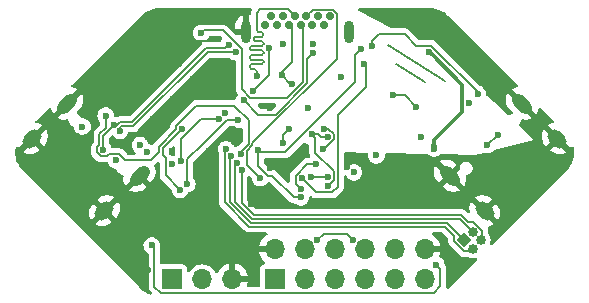
<source format=gbl>
G04 #@! TF.GenerationSoftware,KiCad,Pcbnew,8.0.4*
G04 #@! TF.CreationDate,2024-08-10T17:47:17+02:00*
G04 #@! TF.ProjectId,debubo,64656275-626f-42e6-9b69-6361645f7063,0*
G04 #@! TF.SameCoordinates,Original*
G04 #@! TF.FileFunction,Copper,L4,Bot*
G04 #@! TF.FilePolarity,Positive*
%FSLAX46Y46*%
G04 Gerber Fmt 4.6, Leading zero omitted, Abs format (unit mm)*
G04 Created by KiCad (PCBNEW 8.0.4) date 2024-08-10 17:47:17*
%MOMM*%
%LPD*%
G01*
G04 APERTURE LIST*
G04 Aperture macros list*
%AMHorizOval*
0 Thick line with rounded ends*
0 $1 width*
0 $2 $3 position (X,Y) of the first rounded end (center of the circle)*
0 $4 $5 position (X,Y) of the second rounded end (center of the circle)*
0 Add line between two ends*
20,1,$1,$2,$3,$4,$5,0*
0 Add two circle primitives to create the rounded ends*
1,1,$1,$2,$3*
1,1,$1,$4,$5*%
%AMRotRect*
0 Rectangle, with rotation*
0 The origin of the aperture is its center*
0 $1 length*
0 $2 width*
0 $3 Rotation angle, in degrees counterclockwise*
0 Add horizontal line*
21,1,$1,$2,0,0,$3*%
G04 Aperture macros list end*
G04 #@! TA.AperFunction,NonConductor*
%ADD10C,0.200000*%
G04 #@! TD*
G04 #@! TA.AperFunction,Conductor*
%ADD11C,0.200000*%
G04 #@! TD*
G04 #@! TA.AperFunction,ComponentPad*
%ADD12RotRect,0.850000X0.850000X45.000000*%
G04 #@! TD*
G04 #@! TA.AperFunction,ComponentPad*
%ADD13HorizOval,0.850000X0.000000X0.000000X0.000000X0.000000X0*%
G04 #@! TD*
G04 #@! TA.AperFunction,ComponentPad*
%ADD14O,1.700000X1.700000*%
G04 #@! TD*
G04 #@! TA.AperFunction,ComponentPad*
%ADD15R,1.700000X1.700000*%
G04 #@! TD*
G04 #@! TA.AperFunction,ComponentPad*
%ADD16O,0.850000X1.900000*%
G04 #@! TD*
G04 #@! TA.AperFunction,ComponentPad*
%ADD17C,0.700000*%
G04 #@! TD*
G04 #@! TA.AperFunction,ComponentPad*
%ADD18HorizOval,1.100000X-0.318198X0.318198X0.318198X-0.318198X0*%
G04 #@! TD*
G04 #@! TA.AperFunction,ComponentPad*
%ADD19HorizOval,1.200000X-0.212132X0.212132X0.212132X-0.212132X0*%
G04 #@! TD*
G04 #@! TA.AperFunction,ComponentPad*
%ADD20HorizOval,1.100000X-0.318198X-0.318198X0.318198X0.318198X0*%
G04 #@! TD*
G04 #@! TA.AperFunction,ComponentPad*
%ADD21HorizOval,1.200000X-0.212132X-0.212132X0.212132X0.212132X0*%
G04 #@! TD*
G04 #@! TA.AperFunction,ViaPad*
%ADD22C,0.600000*%
G04 #@! TD*
G04 #@! TA.AperFunction,Conductor*
%ADD23C,0.156000*%
G04 #@! TD*
G04 #@! TA.AperFunction,Conductor*
%ADD24C,0.330000*%
G04 #@! TD*
G04 APERTURE END LIST*
D10*
X152500000Y-90037500D02*
X150100000Y-88500000D01*
X154200000Y-90000000D02*
X149400000Y-86900000D01*
D11*
X133190000Y-86610000D02*
X135220000Y-86600000D01*
D12*
X155850000Y-103450000D03*
D13*
X156557107Y-102742893D03*
X156557107Y-104157107D03*
X157264214Y-103450000D03*
D14*
X136225000Y-106750000D03*
X133685000Y-106750000D03*
D15*
X131145000Y-106750000D03*
D16*
X146100000Y-85800001D03*
X137400000Y-85800001D03*
D17*
X144500000Y-84500000D03*
X144000000Y-85220000D03*
X143500000Y-84500000D03*
X143000000Y-85220000D03*
X142500000Y-84500000D03*
X142000000Y-85220000D03*
X141500000Y-84500000D03*
X141000000Y-85220000D03*
X140500000Y-84500000D03*
X140000000Y-85220000D03*
X139500000Y-84500000D03*
X139000000Y-85220000D03*
D18*
X154633816Y-98000290D03*
D19*
X157603665Y-100970138D03*
D18*
X160750290Y-91883816D03*
D19*
X163720138Y-94853665D03*
D20*
X122249710Y-91883816D03*
D21*
X119279862Y-94853665D03*
D20*
X128366184Y-98000290D03*
D21*
X125396335Y-100970138D03*
D14*
X152510000Y-104210000D03*
X152510000Y-106750000D03*
X149970000Y-104210000D03*
X149970000Y-106750000D03*
X147430000Y-104210000D03*
X147430000Y-106750000D03*
X144890000Y-104210000D03*
X144890000Y-106750000D03*
X142350000Y-104210000D03*
X142350000Y-106750000D03*
X139810000Y-104210000D03*
D15*
X139810000Y-106750000D03*
D22*
X154700000Y-100100000D03*
X143048064Y-86851937D03*
X135900000Y-86901284D03*
X125300000Y-95800000D03*
X126185931Y-93685931D03*
X136500000Y-87531058D03*
X126700000Y-94200000D03*
X126400000Y-96700000D03*
X123533301Y-93829465D03*
X140473000Y-86829285D03*
X125500000Y-92900000D03*
X141006529Y-94006529D03*
X136946000Y-96157934D03*
X140500000Y-95200000D03*
X153300000Y-95700000D03*
X152851001Y-87537608D03*
X158711274Y-94516449D03*
X157800000Y-95400000D03*
X144000000Y-94000000D03*
X143929243Y-95761706D03*
X148022646Y-87022646D03*
X157004902Y-91096732D03*
X131800000Y-99200000D03*
X132000000Y-94000000D03*
X138600000Y-98200000D03*
X139350002Y-87200000D03*
X143027000Y-87578634D03*
X142100000Y-98200000D03*
X137200000Y-91600000D03*
X147372652Y-88527348D03*
X137949865Y-90859283D03*
X141300000Y-90200000D03*
X132400000Y-98700000D03*
X136743471Y-93243471D03*
X140400000Y-89500000D03*
X135052761Y-93207428D03*
X129400000Y-103900000D03*
X153496891Y-105520000D03*
X131873000Y-96727816D03*
X142000000Y-99100000D03*
X143282730Y-96992146D03*
X146400000Y-103400000D03*
X142022771Y-99826646D03*
X143382992Y-103459225D03*
X138400000Y-95804381D03*
X147100000Y-87300000D03*
X146528870Y-97721130D03*
X129000000Y-96000000D03*
X131100000Y-97000000D03*
X148422273Y-96279058D03*
X128396788Y-95408941D03*
X144300000Y-94700000D03*
X144281000Y-98827003D03*
X142935837Y-94500000D03*
X144281000Y-98100000D03*
X142900000Y-98100000D03*
X136590953Y-96902246D03*
X137001519Y-97502220D03*
X135700000Y-95757173D03*
X136107757Y-96359058D03*
X149800000Y-91200000D03*
X157980000Y-89790000D03*
X131690000Y-88510000D03*
X132933977Y-89771899D03*
X160700000Y-98000000D03*
X128843655Y-89151656D03*
X145959223Y-97269428D03*
X152200000Y-94700000D03*
X151800000Y-92200000D03*
X131200000Y-91500000D03*
X131100000Y-95900000D03*
X129500000Y-93200000D03*
X128200000Y-91920000D03*
X139380877Y-97326169D03*
X130600000Y-87400000D03*
X142601216Y-92246506D03*
X129100000Y-106000000D03*
X135597085Y-92725511D03*
X129930000Y-90210000D03*
X145400000Y-89600000D03*
X139400000Y-92300000D03*
X122400000Y-97500000D03*
X127200000Y-90900000D03*
X156300000Y-91800000D03*
X132500000Y-84700000D03*
X151220000Y-100100000D03*
X137838962Y-100361036D03*
X154220000Y-85990000D03*
X125700000Y-89400000D03*
X128500000Y-85400000D03*
X133600000Y-85900000D03*
X138273569Y-89521341D03*
D11*
X126185931Y-93685931D02*
X126250292Y-93621570D01*
D23*
X126185931Y-93714069D02*
X125300000Y-94600000D01*
X135626227Y-87175057D02*
X135900000Y-86901284D01*
X126448269Y-93685931D02*
X126678227Y-93455973D01*
X126678227Y-93455973D02*
X127692295Y-93455973D01*
D11*
X126185931Y-93685931D02*
X126185931Y-93714069D01*
D23*
X125300000Y-94600000D02*
X125300000Y-95800000D01*
X126185931Y-93685931D02*
X126448269Y-93685931D01*
X133973211Y-87175057D02*
X135626227Y-87175057D01*
X127692295Y-93455973D02*
X133973211Y-87175057D01*
X127839759Y-93811973D02*
X134120674Y-87531058D01*
X126700000Y-93937662D02*
X126825689Y-93811973D01*
D11*
X136500000Y-87531058D02*
X136500000Y-87672645D01*
X126828429Y-94071571D02*
X126700000Y-94200000D01*
D23*
X126825689Y-93811973D02*
X127839759Y-93811973D01*
X134120674Y-87531058D02*
X136500000Y-87531058D01*
X126700000Y-94200000D02*
X126700000Y-93937662D01*
D11*
X129296713Y-96703287D02*
X130000000Y-96000000D01*
X125081709Y-96327000D02*
X125601138Y-96327000D01*
X136383900Y-92083900D02*
X137596130Y-93296130D01*
X124773000Y-96018291D02*
X125081709Y-96327000D01*
X137596130Y-95296131D02*
X136946000Y-95946261D01*
X125500000Y-92900000D02*
X125500000Y-93937552D01*
X140500000Y-95200000D02*
X140500000Y-94513058D01*
X131473000Y-94064552D02*
X131473000Y-93781709D01*
X124973000Y-95381709D02*
X124773000Y-95581709D01*
X126618291Y-96173000D02*
X127148578Y-96703287D01*
X124973000Y-94464552D02*
X124973000Y-95381709D01*
X130000000Y-95537552D02*
X131473000Y-94064552D01*
X137596130Y-93296130D02*
X137596130Y-95296131D01*
X133170809Y-92083900D02*
X136383900Y-92083900D01*
X125755138Y-96173000D02*
X126618291Y-96173000D01*
X127148578Y-96703287D02*
X129296713Y-96703287D01*
X125601138Y-96327000D02*
X125755138Y-96173000D01*
X124773000Y-95581709D02*
X124773000Y-96018291D01*
X136946000Y-95946261D02*
X136946000Y-96157934D01*
X130000000Y-96000000D02*
X130000000Y-95537552D01*
X125500000Y-93937552D02*
X124973000Y-94464552D01*
X131473000Y-93781709D02*
X133170809Y-92083900D01*
X140500000Y-94513058D02*
X141006529Y-94006529D01*
D24*
X153300000Y-95000000D02*
X153300000Y-95700000D01*
X155700000Y-90322645D02*
X155700000Y-92600000D01*
X155700000Y-92600000D02*
X153300000Y-95000000D01*
X153092318Y-87714963D02*
X153028356Y-87714963D01*
X153092318Y-87714963D02*
X155700000Y-90322645D01*
D11*
X153028356Y-87714963D02*
X152851001Y-87537608D01*
X158683551Y-94516449D02*
X158711274Y-94516449D01*
D23*
X157800000Y-95400000D02*
X158683551Y-94516449D01*
D11*
X144345291Y-94000000D02*
X144000000Y-94000000D01*
X143929243Y-95761706D02*
X143983585Y-95761706D01*
X144827000Y-94918291D02*
X144827000Y-94481709D01*
X144827000Y-94481709D02*
X144345291Y-94000000D01*
X143983585Y-95761706D02*
X144827000Y-94918291D01*
X148022646Y-87022646D02*
X148022646Y-86577354D01*
X148600000Y-86000000D02*
X150800000Y-86000000D01*
X157004902Y-90946218D02*
X157004902Y-91096732D01*
X153069292Y-87010608D02*
X157004902Y-90946218D01*
X151810608Y-87010608D02*
X153069292Y-87010608D01*
X148022646Y-86577354D02*
X148600000Y-86000000D01*
X150800000Y-86000000D02*
X151810608Y-87010608D01*
X130327000Y-96272291D02*
X130327000Y-95673000D01*
X130573000Y-96518291D02*
X130327000Y-96272291D01*
X130327000Y-95673000D02*
X132000000Y-94000000D01*
X131800000Y-99200000D02*
X130573000Y-97973000D01*
X130573000Y-97973000D02*
X130573000Y-96518291D01*
X137923130Y-95431579D02*
X137473000Y-95881709D01*
X143077000Y-83923000D02*
X144739002Y-83923000D01*
X144739002Y-83923000D02*
X145077000Y-84260998D01*
X137923130Y-95247056D02*
X137923130Y-95431579D01*
X137473000Y-95881709D02*
X137473000Y-97073000D01*
X145077000Y-84260998D02*
X145077000Y-88093186D01*
X142500000Y-84500000D02*
X143077000Y-83923000D01*
X137473000Y-97073000D02*
X138600000Y-98200000D01*
X145077000Y-88093186D02*
X137923130Y-95247056D01*
X139350002Y-89459146D02*
X137949865Y-90859283D01*
X147372652Y-88527348D02*
X147500000Y-88654696D01*
X145154000Y-98931552D02*
X144685552Y-99400000D01*
X147500000Y-90508000D02*
X145154000Y-92854000D01*
X147500000Y-88654696D02*
X147500000Y-90508000D01*
X144685552Y-99400000D02*
X143300000Y-99400000D01*
X139350002Y-87200000D02*
X139350002Y-89459146D01*
X143300000Y-99400000D02*
X142100000Y-98200000D01*
X145154000Y-92854000D02*
X145154000Y-98931552D01*
X135762009Y-93243471D02*
X136743471Y-93243471D01*
X140400000Y-89200000D02*
X140400000Y-89500000D01*
X132400000Y-96600000D02*
X133727354Y-95272646D01*
X141250000Y-85470000D02*
X141250000Y-88350000D01*
X141300000Y-90200000D02*
X141100000Y-90200000D01*
X141000000Y-85220000D02*
X141250000Y-85470000D01*
X141100000Y-90200000D02*
X140400000Y-89500000D01*
X133727354Y-95272646D02*
X133732834Y-95272646D01*
X132400000Y-98700000D02*
X132400000Y-96600000D01*
X133732834Y-95272646D02*
X135762009Y-93243471D01*
X141250000Y-88350000D02*
X140400000Y-89200000D01*
X133592572Y-93207428D02*
X135052761Y-93207428D01*
X153300000Y-107900000D02*
X130141000Y-107900000D01*
X153496891Y-105520000D02*
X153845240Y-105868349D01*
X130141000Y-107900000D02*
X129627000Y-107386000D01*
X153845240Y-105868349D02*
X153845240Y-107354760D01*
X129627000Y-107386000D02*
X129627000Y-104127000D01*
X131873000Y-94927000D02*
X133592572Y-93207428D01*
X129627000Y-104127000D02*
X129400000Y-103900000D01*
X153845240Y-107354760D02*
X153300000Y-107900000D01*
X131873000Y-96727816D02*
X131873000Y-94927000D01*
X142562563Y-96992146D02*
X143282730Y-96992146D01*
X141573000Y-98673000D02*
X141573000Y-97981709D01*
X141573000Y-97981709D02*
X142562563Y-96992146D01*
X142000000Y-99100000D02*
X141573000Y-98673000D01*
X141426646Y-99826646D02*
X139581709Y-97981709D01*
X147100000Y-87300000D02*
X146600000Y-87800000D01*
X146600000Y-87800000D02*
X146600000Y-90090546D01*
X142022771Y-99826646D02*
X141426646Y-99826646D01*
X143942217Y-102900000D02*
X143382992Y-103459225D01*
X139231709Y-97981709D02*
X138400000Y-97150000D01*
X140690546Y-96000000D02*
X138595619Y-96000000D01*
X146600000Y-90090546D02*
X140690546Y-96000000D01*
X146400000Y-103400000D02*
X145900000Y-102900000D01*
X145900000Y-102900000D02*
X143942217Y-102900000D01*
X138400000Y-97150000D02*
X138400000Y-95804381D01*
X138595619Y-96000000D02*
X138400000Y-95804381D01*
X139581709Y-97981709D02*
X139231709Y-97981709D01*
X143500000Y-94500000D02*
X143700000Y-94700000D01*
X143250000Y-94814163D02*
X142935837Y-94500000D01*
X143135837Y-94700000D02*
X142935837Y-94500000D01*
X144808000Y-98318291D02*
X144808000Y-97588000D01*
X143250000Y-96030000D02*
X143250000Y-94814163D01*
X144281000Y-98827003D02*
X144299288Y-98827003D01*
X144299288Y-98827003D02*
X144808000Y-98318291D01*
X143700000Y-94700000D02*
X144300000Y-94700000D01*
X142935837Y-94500000D02*
X143500000Y-94500000D01*
X144808000Y-97588000D02*
X143250000Y-96030000D01*
X144281000Y-98100000D02*
X142900000Y-98100000D01*
X136474519Y-100204332D02*
X137916187Y-101646000D01*
X136474519Y-97018680D02*
X136474519Y-100204332D01*
X136590953Y-96902246D02*
X136474519Y-97018680D01*
X155460214Y-101646000D02*
X156557107Y-102742893D01*
X137916187Y-101646000D02*
X155460214Y-101646000D01*
X138051635Y-101319000D02*
X155595662Y-101319000D01*
X157400000Y-102663718D02*
X157400000Y-103314214D01*
X155595662Y-101319000D02*
X156176662Y-101900000D01*
X137001519Y-100268884D02*
X138051635Y-101319000D01*
X137001519Y-97502220D02*
X137001519Y-100268884D01*
X156636282Y-101900000D02*
X157400000Y-102663718D01*
X156176662Y-101900000D02*
X156636282Y-101900000D01*
X157400000Y-103314214D02*
X157264214Y-103450000D01*
X155000000Y-103062448D02*
X155000000Y-103522068D01*
X156314214Y-104400000D02*
X156557107Y-104157107D01*
X135580757Y-95876416D02*
X135580757Y-100235466D01*
X154237552Y-102300000D02*
X155000000Y-103062448D01*
X155877932Y-104400000D02*
X156314214Y-104400000D01*
X135580757Y-100235466D02*
X137645291Y-102300000D01*
X155000000Y-103522068D02*
X155877932Y-104400000D01*
X137645291Y-102300000D02*
X154237552Y-102300000D01*
X135700000Y-95757173D02*
X135580757Y-95876416D01*
X154373000Y-101973000D02*
X155850000Y-103450000D01*
X136063953Y-96402862D02*
X136063953Y-100256214D01*
X137780739Y-101973000D02*
X154373000Y-101973000D01*
X136063953Y-100256214D02*
X137780739Y-101973000D01*
X136107757Y-96359058D02*
X136063953Y-96402862D01*
X150800000Y-91200000D02*
X151800000Y-92200000D01*
X149800000Y-91200000D02*
X150800000Y-91200000D01*
D23*
X137027000Y-87282993D02*
X137027000Y-90681709D01*
X133600000Y-85900000D02*
X133827000Y-85673000D01*
X137027000Y-90681709D02*
X137745291Y-91400000D01*
X135417007Y-85673000D02*
X137027000Y-87282993D01*
X140845290Y-91400000D02*
X142200000Y-90045290D01*
X142200000Y-85420000D02*
X142000000Y-85220000D01*
X133827000Y-85673000D02*
X135417007Y-85673000D01*
X137745291Y-91400000D02*
X140845290Y-91400000D01*
X142200000Y-90045290D02*
X142200000Y-85420000D01*
X138273569Y-88554000D02*
X138712452Y-88554000D01*
X138117569Y-88554000D02*
X138273569Y-88554000D01*
X138273569Y-84700000D02*
X138273569Y-84226431D01*
X138273569Y-86604000D02*
X138173569Y-86604000D01*
X138700877Y-85824000D02*
X138429569Y-85824000D01*
X138273569Y-88164000D02*
X137834686Y-88164000D01*
X138273569Y-86214000D02*
X138429569Y-86214000D01*
X138273569Y-85590000D02*
X138273569Y-84700000D01*
X138429569Y-86214000D02*
X138700877Y-86214000D01*
X138273569Y-85668000D02*
X138273569Y-85590000D01*
X138273569Y-84226431D02*
X138600000Y-83900000D01*
X138856877Y-86058000D02*
X138856877Y-85980000D01*
X137678712Y-87228000D02*
X137678712Y-87150000D01*
X138273569Y-89521341D02*
X138273569Y-89100000D01*
X138173569Y-86214000D02*
X138273569Y-86214000D01*
X138273569Y-87384000D02*
X137834712Y-87384000D01*
X138273569Y-86994000D02*
X138712450Y-86994000D01*
X138600000Y-83900000D02*
X140900000Y-83900000D01*
X137834686Y-87774000D02*
X138273569Y-87774000D01*
X140900000Y-83900000D02*
X141500000Y-84500000D01*
X138712452Y-88164000D02*
X138273569Y-88164000D01*
X138868450Y-86838000D02*
X138868450Y-86760000D01*
X137678686Y-88788000D02*
X137678686Y-88710000D01*
X138868450Y-87618000D02*
X138868450Y-87540000D01*
X137834712Y-86994000D02*
X138273569Y-86994000D01*
X138868452Y-88398000D02*
X138868452Y-88320000D01*
X138712450Y-86604000D02*
X138273569Y-86604000D01*
X137834686Y-88554000D02*
X138117569Y-88554000D01*
X138073569Y-86504000D02*
X138073569Y-86314000D01*
X138712450Y-87384000D02*
X138273569Y-87384000D01*
X138117569Y-88944000D02*
X137834686Y-88944000D01*
X137678686Y-88008000D02*
X137678686Y-87930000D01*
X138273569Y-87774000D02*
X138712450Y-87774000D01*
X138868450Y-87540000D02*
G75*
G03*
X138712450Y-87384050I-155950J0D01*
G01*
X138273569Y-89100000D02*
G75*
G03*
X138117569Y-88944031I-155969J0D01*
G01*
X138173569Y-86604000D02*
G75*
G02*
X138073600Y-86504000I31J100000D01*
G01*
X138856877Y-85980000D02*
G75*
G03*
X138700877Y-85824023I-155977J0D01*
G01*
X138868450Y-86760000D02*
G75*
G03*
X138712450Y-86604050I-155950J0D01*
G01*
X137678686Y-88710000D02*
G75*
G02*
X137834686Y-88553986I156014J0D01*
G01*
X138712450Y-86994000D02*
G75*
G03*
X138868500Y-86838000I50J156000D01*
G01*
X137678712Y-87150000D02*
G75*
G02*
X137834712Y-86994012I155988J0D01*
G01*
X138429569Y-85824000D02*
G75*
G02*
X138273600Y-85668000I31J156000D01*
G01*
X138712452Y-88554000D02*
G75*
G03*
X138868500Y-88398000I48J156000D01*
G01*
X138712450Y-87774000D02*
G75*
G03*
X138868500Y-87618000I50J156000D01*
G01*
X137834686Y-88164000D02*
G75*
G02*
X137678700Y-88008000I14J156000D01*
G01*
X138700877Y-86214000D02*
G75*
G03*
X138856900Y-86058000I23J156000D01*
G01*
X138073569Y-86314000D02*
G75*
G02*
X138173569Y-86213969I100031J0D01*
G01*
X138868452Y-88320000D02*
G75*
G03*
X138712452Y-88164048I-155952J0D01*
G01*
X137834686Y-88944000D02*
G75*
G02*
X137678700Y-88788000I14J156000D01*
G01*
X137678686Y-87930000D02*
G75*
G02*
X137834686Y-87773986I156014J0D01*
G01*
X137834712Y-87384000D02*
G75*
G02*
X137678700Y-87228000I-12J156000D01*
G01*
D11*
X139880738Y-92827000D02*
X138427000Y-92827000D01*
X142527000Y-90180738D02*
X139880738Y-92827000D01*
X138427000Y-92827000D02*
X137200000Y-91600000D01*
X142527000Y-88078634D02*
X142527000Y-90180738D01*
X143027000Y-87578634D02*
X142527000Y-88078634D01*
G04 #@! TA.AperFunction,Conductor*
G36*
X137819221Y-83820185D02*
G01*
X137864976Y-83872989D01*
X137874920Y-83942147D01*
X137859569Y-83986499D01*
X137827678Y-84041737D01*
X137795069Y-84163435D01*
X137795069Y-84163437D01*
X137795069Y-84259367D01*
X137775384Y-84326406D01*
X137722580Y-84372161D01*
X137653422Y-84382105D01*
X137650088Y-84381533D01*
X137650000Y-84381606D01*
X137650000Y-85250273D01*
X137611940Y-85158387D01*
X137541614Y-85088061D01*
X137449728Y-85050001D01*
X137350272Y-85050001D01*
X137258386Y-85088061D01*
X137188060Y-85158387D01*
X137150000Y-85250273D01*
X137150000Y-84381606D01*
X137149999Y-84381605D01*
X137130187Y-84385547D01*
X136961850Y-84455274D01*
X136961841Y-84455279D01*
X136810347Y-84556505D01*
X136810343Y-84556508D01*
X136681507Y-84685344D01*
X136681504Y-84685348D01*
X136580278Y-84836842D01*
X136580271Y-84836855D01*
X136510548Y-85005183D01*
X136510545Y-85005195D01*
X136475000Y-85183891D01*
X136475000Y-85550001D01*
X137150000Y-85550001D01*
X137150000Y-86050001D01*
X136522072Y-86050001D01*
X136455033Y-86030316D01*
X136434391Y-86013682D01*
X135710815Y-85290107D01*
X135710813Y-85290105D01*
X135601701Y-85227109D01*
X135527045Y-85207105D01*
X135527045Y-85207104D01*
X135480004Y-85194500D01*
X135480003Y-85194500D01*
X133889995Y-85194500D01*
X133764004Y-85194500D01*
X133764001Y-85194500D01*
X133747261Y-85198986D01*
X133692604Y-85199537D01*
X133692499Y-85200404D01*
X133685916Y-85199604D01*
X133685498Y-85199608D01*
X133685056Y-85199500D01*
X133514944Y-85199500D01*
X133349773Y-85240210D01*
X133199150Y-85319263D01*
X133071816Y-85432072D01*
X132975182Y-85572068D01*
X132914860Y-85731125D01*
X132914859Y-85731130D01*
X132894355Y-85900000D01*
X132914859Y-86068869D01*
X132914860Y-86068874D01*
X132975182Y-86227931D01*
X133005051Y-86271203D01*
X133071817Y-86367929D01*
X133145668Y-86433355D01*
X133199150Y-86480736D01*
X133331124Y-86550001D01*
X133349775Y-86559790D01*
X133514944Y-86600500D01*
X133571705Y-86600500D01*
X133638744Y-86620185D01*
X133684499Y-86672989D01*
X133694443Y-86742147D01*
X133665418Y-86805703D01*
X133659386Y-86812181D01*
X127530413Y-92941154D01*
X127469090Y-92974639D01*
X127442732Y-92977473D01*
X126615228Y-92977473D01*
X126572898Y-92988815D01*
X126572899Y-92988816D01*
X126493531Y-93010082D01*
X126486023Y-93013193D01*
X126484717Y-93010041D01*
X126432086Y-93022761D01*
X126408418Y-93019304D01*
X126297426Y-92991947D01*
X126237045Y-92956791D01*
X126205257Y-92894571D01*
X126204005Y-92886496D01*
X126197486Y-92832805D01*
X126185140Y-92731128D01*
X126173100Y-92699382D01*
X126163231Y-92673358D01*
X126124818Y-92572070D01*
X126028183Y-92432071D01*
X125900852Y-92319266D01*
X125900849Y-92319263D01*
X125750226Y-92240210D01*
X125585056Y-92199500D01*
X125414944Y-92199500D01*
X125249773Y-92240210D01*
X125099150Y-92319263D01*
X124971816Y-92432072D01*
X124875182Y-92572068D01*
X124814860Y-92731125D01*
X124814859Y-92731130D01*
X124794355Y-92900000D01*
X124814859Y-93068869D01*
X124814860Y-93068874D01*
X124875182Y-93227931D01*
X124976078Y-93374103D01*
X124973807Y-93375670D01*
X124998034Y-93427190D01*
X124999500Y-93446204D01*
X124999500Y-93678876D01*
X124979815Y-93745915D01*
X124963181Y-93766557D01*
X124572502Y-94157235D01*
X124572500Y-94157238D01*
X124506608Y-94271364D01*
X124472500Y-94398660D01*
X124472500Y-95123033D01*
X124452815Y-95190072D01*
X124436181Y-95210714D01*
X124372502Y-95274392D01*
X124372500Y-95274395D01*
X124306608Y-95388521D01*
X124280961Y-95484239D01*
X124272500Y-95515817D01*
X124272500Y-95952399D01*
X124272500Y-96084183D01*
X124280764Y-96115026D01*
X124306608Y-96211478D01*
X124321632Y-96237500D01*
X124372500Y-96325605D01*
X124681209Y-96634314D01*
X124774395Y-96727500D01*
X124840535Y-96765686D01*
X124888523Y-96793392D01*
X125015816Y-96827500D01*
X125015817Y-96827500D01*
X125015818Y-96827500D01*
X125613578Y-96827500D01*
X125680617Y-96847185D01*
X125726372Y-96899989D01*
X125729520Y-96907529D01*
X125775182Y-97027930D01*
X125775182Y-97027931D01*
X125811848Y-97081050D01*
X125871817Y-97167929D01*
X125968070Y-97253201D01*
X125999150Y-97280736D01*
X126131684Y-97350295D01*
X126149775Y-97359790D01*
X126314944Y-97400500D01*
X126331373Y-97400500D01*
X126398412Y-97420185D01*
X126444167Y-97472989D01*
X126451145Y-97492399D01*
X126468706Y-97557934D01*
X126470807Y-97565775D01*
X126543278Y-97691298D01*
X126543280Y-97691300D01*
X126543281Y-97691302D01*
X126645775Y-97793796D01*
X126645776Y-97793797D01*
X126645778Y-97793798D01*
X126771301Y-97866269D01*
X126771302Y-97866269D01*
X126771305Y-97866271D01*
X126911315Y-97903787D01*
X126911318Y-97903787D01*
X126919375Y-97904848D01*
X126919116Y-97906813D01*
X126975849Y-97923472D01*
X127021604Y-97976276D01*
X127031548Y-98045434D01*
X127030427Y-98051979D01*
X126997985Y-98215069D01*
X126997985Y-98421906D01*
X126997984Y-98421906D01*
X127038335Y-98624754D01*
X127117486Y-98815847D01*
X127149364Y-98863555D01*
X127753130Y-98259788D01*
X127747985Y-98278993D01*
X127747985Y-98357983D01*
X127768430Y-98434284D01*
X127807926Y-98502692D01*
X127863782Y-98558548D01*
X127932190Y-98598044D01*
X128008491Y-98618489D01*
X128087481Y-98618489D01*
X128106682Y-98613343D01*
X127502916Y-99217110D01*
X127550621Y-99248985D01*
X127550623Y-99248986D01*
X127741711Y-99328136D01*
X127741719Y-99328138D01*
X127944567Y-99368489D01*
X128151404Y-99368489D01*
X128354252Y-99328138D01*
X128354260Y-99328136D01*
X128545342Y-99248989D01*
X128545349Y-99248985D01*
X128717321Y-99134075D01*
X128717325Y-99134072D01*
X128931869Y-98919528D01*
X128931869Y-98919527D01*
X128401539Y-98389198D01*
X128755092Y-98035646D01*
X129285421Y-98565975D01*
X129285422Y-98565975D01*
X129499966Y-98351431D01*
X129499969Y-98351427D01*
X129614882Y-98179450D01*
X129614883Y-98179449D01*
X129694031Y-97988366D01*
X129694034Y-97988357D01*
X129734382Y-97785512D01*
X129734383Y-97785510D01*
X129734383Y-97578672D01*
X129734382Y-97578670D01*
X129694033Y-97375825D01*
X129694030Y-97375813D01*
X129619701Y-97196365D01*
X129612232Y-97126896D01*
X129643507Y-97064417D01*
X129646556Y-97061257D01*
X129860819Y-96846993D01*
X129922142Y-96813509D01*
X129991834Y-96818493D01*
X130047767Y-96860365D01*
X130072184Y-96925829D01*
X130072500Y-96934675D01*
X130072500Y-97907108D01*
X130072500Y-98038892D01*
X130076007Y-98051979D01*
X130106608Y-98166187D01*
X130134831Y-98215069D01*
X130172500Y-98280314D01*
X130172502Y-98280316D01*
X131064396Y-99172210D01*
X131097881Y-99233533D01*
X131099811Y-99244943D01*
X131114859Y-99368870D01*
X131114860Y-99368875D01*
X131175182Y-99527930D01*
X131175182Y-99527931D01*
X131237475Y-99618177D01*
X131271817Y-99667929D01*
X131361921Y-99747754D01*
X131399150Y-99780736D01*
X131542009Y-99855714D01*
X131549775Y-99859790D01*
X131714944Y-99900500D01*
X131885056Y-99900500D01*
X132050225Y-99859790D01*
X132163190Y-99800501D01*
X132200849Y-99780736D01*
X132200850Y-99780734D01*
X132200852Y-99780734D01*
X132328183Y-99667929D01*
X132424818Y-99527930D01*
X132448840Y-99464587D01*
X132491014Y-99408888D01*
X132535101Y-99388164D01*
X132650225Y-99359790D01*
X132800849Y-99280736D01*
X132800850Y-99280734D01*
X132800852Y-99280734D01*
X132928183Y-99167929D01*
X133024818Y-99027930D01*
X133085140Y-98868872D01*
X133105645Y-98700000D01*
X133085140Y-98531128D01*
X133024818Y-98372070D01*
X133022609Y-98368870D01*
X132923922Y-98225898D01*
X132926186Y-98224334D01*
X132901961Y-98172774D01*
X132900500Y-98153796D01*
X132900500Y-96858675D01*
X132920185Y-96791636D01*
X132936814Y-96770998D01*
X134015640Y-95692172D01*
X134033807Y-95678234D01*
X134033699Y-95678093D01*
X134040137Y-95673151D01*
X134040148Y-95673146D01*
X135933004Y-93780290D01*
X135994327Y-93746805D01*
X136020685Y-93743971D01*
X136205026Y-93743971D01*
X136272065Y-93763656D01*
X136287250Y-93775153D01*
X136342619Y-93824205D01*
X136493246Y-93903261D01*
X136658415Y-93943971D01*
X136828526Y-93943971D01*
X136828527Y-93943971D01*
X136941957Y-93916013D01*
X137011757Y-93919082D01*
X137068819Y-93959402D01*
X137095024Y-94024171D01*
X137095630Y-94036410D01*
X137095630Y-95037454D01*
X137075945Y-95104493D01*
X137059311Y-95125135D01*
X136689185Y-95495260D01*
X136659132Y-95517375D01*
X136643534Y-95525562D01*
X136545148Y-95577200D01*
X136545145Y-95577202D01*
X136538508Y-95580686D01*
X136537911Y-95579549D01*
X136478889Y-95599007D01*
X136411239Y-95581535D01*
X136363775Y-95530262D01*
X136358875Y-95519045D01*
X136351463Y-95499500D01*
X136324818Y-95429243D01*
X136317931Y-95419266D01*
X136271090Y-95351405D01*
X136228183Y-95289244D01*
X136127313Y-95199881D01*
X136100849Y-95176436D01*
X135950226Y-95097383D01*
X135785056Y-95056673D01*
X135614944Y-95056673D01*
X135449773Y-95097383D01*
X135299150Y-95176436D01*
X135171816Y-95289245D01*
X135075182Y-95429241D01*
X135014860Y-95588298D01*
X135014859Y-95588303D01*
X134994355Y-95757173D01*
X135014859Y-95926042D01*
X135014860Y-95926047D01*
X135072199Y-96077237D01*
X135080257Y-96121208D01*
X135080257Y-100301357D01*
X135114365Y-100428653D01*
X135143116Y-100478450D01*
X135180257Y-100542780D01*
X137244791Y-102607314D01*
X137337977Y-102700500D01*
X137452105Y-102766392D01*
X137579399Y-102800500D01*
X139078983Y-102800500D01*
X139146022Y-102820185D01*
X139191777Y-102872989D01*
X139201721Y-102942147D01*
X139172696Y-103005703D01*
X139136657Y-103032904D01*
X139137112Y-103033692D01*
X139132420Y-103036400D01*
X138938926Y-103171886D01*
X138938920Y-103171891D01*
X138771891Y-103338920D01*
X138771886Y-103338926D01*
X138636400Y-103532420D01*
X138636399Y-103532422D01*
X138536570Y-103746507D01*
X138536567Y-103746513D01*
X138479364Y-103959999D01*
X138479364Y-103960000D01*
X139376988Y-103960000D01*
X139344075Y-104017007D01*
X139310000Y-104144174D01*
X139310000Y-104275826D01*
X139344075Y-104402993D01*
X139376988Y-104460000D01*
X138479364Y-104460000D01*
X138536567Y-104673486D01*
X138536570Y-104673492D01*
X138636399Y-104887578D01*
X138771894Y-105081082D01*
X138938918Y-105248106D01*
X138978385Y-105275742D01*
X139022009Y-105330319D01*
X139029201Y-105399818D01*
X138997678Y-105462172D01*
X138937448Y-105497585D01*
X138926656Y-105499790D01*
X138834696Y-105514354D01*
X138721658Y-105571950D01*
X138721657Y-105571951D01*
X138721652Y-105571954D01*
X138631954Y-105661652D01*
X138631951Y-105661657D01*
X138631950Y-105661658D01*
X138625070Y-105675161D01*
X138574352Y-105774698D01*
X138559500Y-105868475D01*
X138559501Y-107275500D01*
X138539816Y-107342539D01*
X138487013Y-107388294D01*
X138435501Y-107399500D01*
X137606334Y-107399500D01*
X137539295Y-107379815D01*
X137493540Y-107327011D01*
X137483596Y-107257853D01*
X137493953Y-107223093D01*
X137498430Y-107213492D01*
X137498432Y-107213486D01*
X137555636Y-107000000D01*
X136658012Y-107000000D01*
X136690925Y-106942993D01*
X136725000Y-106815826D01*
X136725000Y-106684174D01*
X136690925Y-106557007D01*
X136658012Y-106500000D01*
X137555636Y-106500000D01*
X137555635Y-106499999D01*
X137498432Y-106286513D01*
X137498429Y-106286507D01*
X137398600Y-106072422D01*
X137398599Y-106072420D01*
X137263113Y-105878926D01*
X137263108Y-105878920D01*
X137096082Y-105711894D01*
X136902578Y-105576399D01*
X136688492Y-105476570D01*
X136688486Y-105476567D01*
X136475000Y-105419364D01*
X136475000Y-106316988D01*
X136417993Y-106284075D01*
X136290826Y-106250000D01*
X136159174Y-106250000D01*
X136032007Y-106284075D01*
X135975000Y-106316988D01*
X135975000Y-105419364D01*
X135974999Y-105419364D01*
X135761513Y-105476567D01*
X135761507Y-105476570D01*
X135547422Y-105576399D01*
X135547420Y-105576400D01*
X135353926Y-105711886D01*
X135353920Y-105711891D01*
X135186891Y-105878920D01*
X135186886Y-105878926D01*
X135051400Y-106072420D01*
X135051399Y-106072422D01*
X135012489Y-106155866D01*
X134966317Y-106208305D01*
X134899123Y-106227457D01*
X134832242Y-106207241D01*
X134787725Y-106155866D01*
X134772102Y-106122362D01*
X134772100Y-106122359D01*
X134772099Y-106122357D01*
X134646599Y-105943124D01*
X134571950Y-105868475D01*
X134491877Y-105788402D01*
X134330155Y-105675163D01*
X134312638Y-105662897D01*
X134183664Y-105602756D01*
X134114330Y-105570425D01*
X134114326Y-105570424D01*
X134114322Y-105570422D01*
X133902977Y-105513793D01*
X133685002Y-105494723D01*
X133684998Y-105494723D01*
X133539682Y-105507436D01*
X133467023Y-105513793D01*
X133467020Y-105513793D01*
X133255677Y-105570422D01*
X133255670Y-105570424D01*
X133255670Y-105570425D01*
X133252391Y-105571954D01*
X133057361Y-105662898D01*
X133057357Y-105662900D01*
X132878121Y-105788402D01*
X132723402Y-105943121D01*
X132621074Y-106089262D01*
X132566497Y-106132887D01*
X132496999Y-106140081D01*
X132434644Y-106108558D01*
X132399230Y-106048328D01*
X132395499Y-106018139D01*
X132395499Y-105868482D01*
X132395498Y-105868475D01*
X132380646Y-105774696D01*
X132323050Y-105661658D01*
X132323046Y-105661654D01*
X132323045Y-105661652D01*
X132233347Y-105571954D01*
X132233344Y-105571952D01*
X132233342Y-105571950D01*
X132156517Y-105532805D01*
X132120301Y-105514352D01*
X132026524Y-105499500D01*
X130263483Y-105499500D01*
X130261219Y-105499679D01*
X130260372Y-105499500D01*
X130258610Y-105499501D01*
X130258610Y-105499130D01*
X130192843Y-105485309D01*
X130143090Y-105436254D01*
X130127500Y-105376060D01*
X130127500Y-104061109D01*
X130127500Y-104061108D01*
X130117173Y-104022568D01*
X130105213Y-103977935D01*
X130101893Y-103930895D01*
X130105645Y-103900000D01*
X130085140Y-103731128D01*
X130024818Y-103572070D01*
X129928183Y-103432071D01*
X129800852Y-103319266D01*
X129800849Y-103319263D01*
X129650226Y-103240210D01*
X129485056Y-103199500D01*
X129314944Y-103199500D01*
X129149773Y-103240210D01*
X128999150Y-103319263D01*
X128871816Y-103432072D01*
X128775182Y-103572068D01*
X128714860Y-103731125D01*
X128714859Y-103731130D01*
X128694355Y-103900000D01*
X128714859Y-104068869D01*
X128714860Y-104068874D01*
X128775182Y-104227931D01*
X128808242Y-104275826D01*
X128871817Y-104367929D01*
X128999148Y-104480734D01*
X129060126Y-104512737D01*
X129110338Y-104561322D01*
X129126500Y-104622534D01*
X129126500Y-107451891D01*
X129160608Y-107579187D01*
X129193554Y-107636250D01*
X129226500Y-107693314D01*
X129226502Y-107693316D01*
X129380730Y-107847544D01*
X129414215Y-107908867D01*
X129409231Y-107978559D01*
X129367359Y-108034492D01*
X129301895Y-108058909D01*
X129245598Y-108049787D01*
X129087625Y-107984355D01*
X129075096Y-107978321D01*
X128871409Y-107865750D01*
X128859635Y-107858352D01*
X128669831Y-107723681D01*
X128658965Y-107715017D01*
X128483123Y-107557877D01*
X128478099Y-107553127D01*
X128446599Y-107521627D01*
X128446594Y-107521623D01*
X122020669Y-101095698D01*
X124084203Y-101095698D01*
X124084203Y-101268841D01*
X124111289Y-101439855D01*
X124164789Y-101604515D01*
X124243400Y-101758797D01*
X124247912Y-101765006D01*
X124247913Y-101765007D01*
X124889347Y-101123572D01*
X124884202Y-101142775D01*
X124884202Y-101221765D01*
X124904647Y-101298066D01*
X124944143Y-101366474D01*
X124999999Y-101422330D01*
X125068407Y-101461826D01*
X125144708Y-101482271D01*
X125223698Y-101482271D01*
X125242900Y-101477125D01*
X124601466Y-102118559D01*
X124607677Y-102123073D01*
X124607676Y-102123073D01*
X124761957Y-102201683D01*
X124926617Y-102255183D01*
X125097632Y-102282270D01*
X125270774Y-102282270D01*
X125441788Y-102255183D01*
X125606448Y-102201683D01*
X125760727Y-102123074D01*
X125900805Y-102021302D01*
X125997376Y-101924732D01*
X125431690Y-101359046D01*
X125785243Y-101005493D01*
X126350928Y-101571179D01*
X126447499Y-101474608D01*
X126549271Y-101334530D01*
X126627880Y-101180251D01*
X126681380Y-101015591D01*
X126708467Y-100844577D01*
X126708467Y-100671434D01*
X126681380Y-100500420D01*
X126627880Y-100335760D01*
X126549268Y-100181476D01*
X126544757Y-100175268D01*
X126544756Y-100175267D01*
X125903323Y-100816701D01*
X125908468Y-100797501D01*
X125908468Y-100718510D01*
X125888023Y-100642210D01*
X125848527Y-100573802D01*
X125792671Y-100517946D01*
X125724263Y-100478450D01*
X125647963Y-100458005D01*
X125568972Y-100458005D01*
X125549766Y-100463151D01*
X126191202Y-99821715D01*
X126184993Y-99817203D01*
X126030712Y-99738592D01*
X125866052Y-99685092D01*
X125695038Y-99658006D01*
X125521896Y-99658006D01*
X125350881Y-99685092D01*
X125186221Y-99738592D01*
X125031942Y-99817201D01*
X124891864Y-99918973D01*
X124795294Y-100015544D01*
X125360979Y-100581229D01*
X125007426Y-100934782D01*
X124441741Y-100369097D01*
X124345170Y-100465667D01*
X124243398Y-100605745D01*
X124164789Y-100760024D01*
X124111289Y-100924684D01*
X124084203Y-101095698D01*
X122020669Y-101095698D01*
X118520975Y-97596004D01*
X118520973Y-97596001D01*
X118482907Y-97557935D01*
X118477773Y-97552482D01*
X118477562Y-97552244D01*
X118309089Y-97362080D01*
X118299856Y-97350295D01*
X118251896Y-97280814D01*
X118157494Y-97144053D01*
X118149750Y-97131242D01*
X118147469Y-97126896D01*
X118033285Y-96909339D01*
X118027147Y-96895701D01*
X117938276Y-96661371D01*
X117933822Y-96647078D01*
X117923941Y-96606988D01*
X117873843Y-96403736D01*
X117871150Y-96389036D01*
X117843008Y-96157273D01*
X117840941Y-96140246D01*
X117840037Y-96125300D01*
X117840037Y-95874699D01*
X117840941Y-95859752D01*
X117846845Y-95811129D01*
X117868292Y-95634498D01*
X117895914Y-95570322D01*
X117953848Y-95531266D01*
X118023701Y-95529731D01*
X118083295Y-95566205D01*
X118101873Y-95593152D01*
X118126927Y-95642324D01*
X118131439Y-95648533D01*
X118131439Y-95648534D01*
X118772874Y-95007099D01*
X118767729Y-95026302D01*
X118767729Y-95105292D01*
X118788174Y-95181593D01*
X118827670Y-95250001D01*
X118883526Y-95305857D01*
X118951934Y-95345353D01*
X119028235Y-95365798D01*
X119107225Y-95365798D01*
X119126427Y-95360652D01*
X118484993Y-96002086D01*
X118491204Y-96006600D01*
X118491203Y-96006600D01*
X118645484Y-96085210D01*
X118810144Y-96138710D01*
X118981159Y-96165797D01*
X119154301Y-96165797D01*
X119325315Y-96138710D01*
X119489975Y-96085210D01*
X119644254Y-96006601D01*
X119784332Y-95904829D01*
X119880903Y-95808259D01*
X119315217Y-95242573D01*
X119668770Y-94889020D01*
X120234456Y-95454706D01*
X120331026Y-95358135D01*
X120432798Y-95218057D01*
X120511407Y-95063778D01*
X120564907Y-94899118D01*
X120591994Y-94728104D01*
X120591994Y-94554961D01*
X120564907Y-94383947D01*
X120511407Y-94219287D01*
X120432795Y-94065003D01*
X120428284Y-94058795D01*
X120428283Y-94058794D01*
X119786850Y-94700228D01*
X119791995Y-94681028D01*
X119791995Y-94602037D01*
X119771550Y-94525737D01*
X119732054Y-94457329D01*
X119676198Y-94401473D01*
X119607790Y-94361977D01*
X119531490Y-94341532D01*
X119452499Y-94341532D01*
X119433296Y-94346677D01*
X120074730Y-93705243D01*
X120074729Y-93705242D01*
X120068520Y-93700730D01*
X119914239Y-93622119D01*
X119749579Y-93568619D01*
X119650481Y-93552923D01*
X119587347Y-93522993D01*
X119550416Y-93463682D01*
X119551414Y-93393819D01*
X119582195Y-93342774D01*
X120674010Y-92250959D01*
X120735329Y-92217477D01*
X120805021Y-92222461D01*
X120860954Y-92264333D01*
X120883304Y-92314450D01*
X120921861Y-92508280D01*
X121001012Y-92699373D01*
X121032890Y-92747081D01*
X121636656Y-92143315D01*
X121631511Y-92162519D01*
X121631511Y-92241509D01*
X121651956Y-92317810D01*
X121691452Y-92386218D01*
X121747308Y-92442074D01*
X121815716Y-92481570D01*
X121892017Y-92502015D01*
X121971007Y-92502015D01*
X121990208Y-92496869D01*
X121386442Y-93100636D01*
X121434147Y-93132511D01*
X121434149Y-93132512D01*
X121625237Y-93211662D01*
X121625245Y-93211664D01*
X121828093Y-93252015D01*
X122034930Y-93252015D01*
X122198021Y-93219573D01*
X122267613Y-93225800D01*
X122322790Y-93268662D01*
X122344671Y-93330688D01*
X122345152Y-93330625D01*
X122345451Y-93332897D01*
X122346035Y-93334552D01*
X122346128Y-93338041D01*
X122346212Y-93338681D01*
X122346213Y-93338684D01*
X122346213Y-93338685D01*
X122357607Y-93381209D01*
X122383730Y-93478698D01*
X122456201Y-93604221D01*
X122456203Y-93604223D01*
X122456204Y-93604225D01*
X122558698Y-93706719D01*
X122558699Y-93706720D01*
X122558701Y-93706721D01*
X122684224Y-93779192D01*
X122684225Y-93779192D01*
X122684228Y-93779194D01*
X122745266Y-93795549D01*
X122804924Y-93831913D01*
X122835453Y-93894760D01*
X122836266Y-93900376D01*
X122848160Y-93998333D01*
X122848161Y-93998339D01*
X122908483Y-94157396D01*
X122934348Y-94194867D01*
X123005118Y-94297394D01*
X123087640Y-94370502D01*
X123132451Y-94410201D01*
X123283074Y-94489254D01*
X123283076Y-94489255D01*
X123448245Y-94529965D01*
X123618357Y-94529965D01*
X123783526Y-94489255D01*
X123868378Y-94444721D01*
X123934150Y-94410201D01*
X123934151Y-94410199D01*
X123934153Y-94410199D01*
X124061484Y-94297394D01*
X124158119Y-94157395D01*
X124218441Y-93998337D01*
X124238946Y-93829465D01*
X124218441Y-93660593D01*
X124158119Y-93501535D01*
X124139385Y-93474395D01*
X124123777Y-93451783D01*
X124061484Y-93361536D01*
X123934153Y-93248731D01*
X123934150Y-93248728D01*
X123783527Y-93169675D01*
X123618357Y-93128965D01*
X123523716Y-93128965D01*
X123456677Y-93109280D01*
X123414345Y-93060426D01*
X123413761Y-93060764D01*
X123412010Y-93057732D01*
X123410922Y-93056476D01*
X123409807Y-93053915D01*
X123374029Y-92991947D01*
X123337222Y-92928195D01*
X123234728Y-92825701D01*
X123234726Y-92825700D01*
X123234724Y-92825698D01*
X123109197Y-92753224D01*
X123108135Y-92752785D01*
X123107376Y-92752173D01*
X123102160Y-92749162D01*
X123102629Y-92748348D01*
X123053731Y-92708945D01*
X123031666Y-92642651D01*
X123048945Y-92574951D01*
X123067906Y-92550542D01*
X123383494Y-92234955D01*
X123498408Y-92062976D01*
X123498409Y-92062975D01*
X123577557Y-91871892D01*
X123577560Y-91871883D01*
X123617908Y-91669038D01*
X123617909Y-91669036D01*
X123617909Y-91462198D01*
X123617908Y-91462196D01*
X123577559Y-91259351D01*
X123577556Y-91259339D01*
X123498409Y-91068260D01*
X123498404Y-91068251D01*
X123466529Y-91020549D01*
X123466528Y-91020548D01*
X122862764Y-91624313D01*
X122867909Y-91605113D01*
X122867909Y-91526122D01*
X122847464Y-91449822D01*
X122807968Y-91381414D01*
X122752112Y-91325558D01*
X122683704Y-91286062D01*
X122607404Y-91265617D01*
X122528413Y-91265617D01*
X122509209Y-91270762D01*
X123112975Y-90666995D01*
X123112975Y-90666993D01*
X123065272Y-90635119D01*
X123065268Y-90635117D01*
X122874186Y-90555969D01*
X122874176Y-90555966D01*
X122680346Y-90517410D01*
X122618435Y-90485025D01*
X122583861Y-90424309D01*
X122587602Y-90354539D01*
X122616854Y-90308115D01*
X128460220Y-84464751D01*
X128477805Y-84447166D01*
X128482828Y-84442417D01*
X128658981Y-84285000D01*
X128669838Y-84276341D01*
X128859648Y-84141667D01*
X128871422Y-84134270D01*
X128991672Y-84067812D01*
X129075116Y-84021695D01*
X129087625Y-84015670D01*
X129302654Y-83926606D01*
X129315776Y-83922015D01*
X129315832Y-83921999D01*
X129539411Y-83857588D01*
X129552961Y-83854496D01*
X129782411Y-83815515D01*
X129796201Y-83813961D01*
X130032488Y-83800694D01*
X130039430Y-83800500D01*
X130083124Y-83800501D01*
X130083127Y-83800500D01*
X137752182Y-83800500D01*
X137819221Y-83820185D01*
G37*
G04 #@! TD.AperFunction*
G04 #@! TA.AperFunction,Conductor*
G36*
X154045915Y-102820185D02*
G01*
X154066557Y-102836819D01*
X154463181Y-103233442D01*
X154496666Y-103294765D01*
X154499500Y-103321123D01*
X154499500Y-103587959D01*
X154533608Y-103715255D01*
X154542774Y-103731130D01*
X154599500Y-103829382D01*
X155477432Y-104707314D01*
X155570618Y-104800500D01*
X155684746Y-104866392D01*
X155812039Y-104900500D01*
X155812040Y-104900500D01*
X156170867Y-104900500D01*
X156221302Y-104911220D01*
X156276235Y-104935677D01*
X156300608Y-104946529D01*
X156470343Y-104982607D01*
X156470344Y-104982607D01*
X156643869Y-104982607D01*
X156643871Y-104982607D01*
X156804031Y-104948564D01*
X156873698Y-104953880D01*
X156929432Y-104996017D01*
X156953537Y-105061597D01*
X156938360Y-105129798D01*
X156917493Y-105157535D01*
X154557246Y-107517782D01*
X154495923Y-107551267D01*
X154426231Y-107546283D01*
X154370298Y-107504411D01*
X154345881Y-107438947D01*
X154346187Y-107428779D01*
X154345740Y-107428779D01*
X154345740Y-105802459D01*
X154345740Y-105802457D01*
X154311632Y-105675163D01*
X154245740Y-105561035D01*
X154232493Y-105547788D01*
X154199008Y-105486465D01*
X154197078Y-105475053D01*
X154182031Y-105351128D01*
X154121709Y-105192070D01*
X154025074Y-105052071D01*
X153897743Y-104939266D01*
X153897741Y-104939265D01*
X153897740Y-104939264D01*
X153811095Y-104893789D01*
X153760883Y-104845205D01*
X153744908Y-104777186D01*
X153756339Y-104731587D01*
X153783431Y-104673487D01*
X153783432Y-104673486D01*
X153840636Y-104460000D01*
X152943012Y-104460000D01*
X152975925Y-104402993D01*
X153010000Y-104275826D01*
X153010000Y-104144174D01*
X152975925Y-104017007D01*
X152943012Y-103960000D01*
X153840636Y-103960000D01*
X153840635Y-103959999D01*
X153783432Y-103746513D01*
X153783429Y-103746507D01*
X153683600Y-103532422D01*
X153683599Y-103532420D01*
X153548113Y-103338926D01*
X153548108Y-103338920D01*
X153381082Y-103171894D01*
X153187577Y-103036399D01*
X153182893Y-103033695D01*
X153183600Y-103032468D01*
X153136173Y-102990710D01*
X153117021Y-102923517D01*
X153137237Y-102856635D01*
X153190402Y-102811301D01*
X153241017Y-102800500D01*
X153978876Y-102800500D01*
X154045915Y-102820185D01*
G37*
G04 #@! TD.AperFunction*
G04 #@! TA.AperFunction,Conductor*
G36*
X161967108Y-92747082D02*
G01*
X161967109Y-92747081D01*
X161998983Y-92699382D01*
X161998990Y-92699368D01*
X162078136Y-92508292D01*
X162078139Y-92508280D01*
X162116694Y-92314453D01*
X162149078Y-92252542D01*
X162209794Y-92217968D01*
X162279564Y-92221707D01*
X162325992Y-92250963D01*
X163417798Y-93342769D01*
X163451283Y-93404092D01*
X163446299Y-93473784D01*
X163404427Y-93529717D01*
X163349516Y-93552923D01*
X163250420Y-93568619D01*
X163085760Y-93622119D01*
X162931478Y-93700730D01*
X162925269Y-93705242D01*
X162925268Y-93705242D01*
X163566703Y-94346677D01*
X163547501Y-94341532D01*
X163468511Y-94341532D01*
X163392210Y-94361977D01*
X163323802Y-94401473D01*
X163267946Y-94457329D01*
X163228450Y-94525737D01*
X163208005Y-94602038D01*
X163208005Y-94681028D01*
X163213149Y-94700228D01*
X162571715Y-94058794D01*
X162571714Y-94058794D01*
X162567209Y-94064996D01*
X162567202Y-94065008D01*
X162488592Y-94219287D01*
X162435092Y-94383947D01*
X162408006Y-94554961D01*
X162408006Y-94728104D01*
X162435092Y-94899118D01*
X162488592Y-95063778D01*
X162567201Y-95218057D01*
X162668973Y-95358135D01*
X162765544Y-95454706D01*
X163331229Y-94889020D01*
X163684781Y-95242572D01*
X163119097Y-95808258D01*
X163215671Y-95904832D01*
X163355745Y-96006601D01*
X163510024Y-96085210D01*
X163674684Y-96138710D01*
X163845699Y-96165797D01*
X164018841Y-96165797D01*
X164189855Y-96138710D01*
X164354515Y-96085210D01*
X164508794Y-96006600D01*
X164515006Y-96002086D01*
X163873571Y-95360652D01*
X163892775Y-95365798D01*
X163971766Y-95365798D01*
X164048066Y-95345353D01*
X164116474Y-95305857D01*
X164172330Y-95250001D01*
X164211826Y-95181593D01*
X164232271Y-95105293D01*
X164232271Y-95026302D01*
X164227125Y-95007099D01*
X164868559Y-95648533D01*
X164873073Y-95642322D01*
X164873075Y-95642318D01*
X164898126Y-95593154D01*
X164946099Y-95542358D01*
X165013920Y-95525562D01*
X165080055Y-95548099D01*
X165123507Y-95602813D01*
X165131707Y-95634501D01*
X165159059Y-95859752D01*
X165159963Y-95874699D01*
X165159963Y-96125300D01*
X165159059Y-96140247D01*
X165128851Y-96389025D01*
X165126152Y-96403754D01*
X165066177Y-96647078D01*
X165061722Y-96661373D01*
X164972856Y-96895692D01*
X164966710Y-96909347D01*
X164850249Y-97131242D01*
X164842502Y-97144057D01*
X164700143Y-97350295D01*
X164690909Y-97362082D01*
X164522226Y-97552482D01*
X164517094Y-97557934D01*
X164486095Y-97588933D01*
X158260210Y-103814818D01*
X158198887Y-103848303D01*
X158129195Y-103843319D01*
X158073262Y-103801447D01*
X158048845Y-103735983D01*
X158054597Y-103688822D01*
X158076122Y-103622576D01*
X158094261Y-103450000D01*
X158076122Y-103277424D01*
X158022500Y-103112389D01*
X157978627Y-103036399D01*
X157935737Y-102962112D01*
X157935732Y-102962105D01*
X157932348Y-102958347D01*
X157902120Y-102895355D01*
X157900500Y-102875377D01*
X157900500Y-102597829D01*
X157900499Y-102597822D01*
X157899122Y-102592685D01*
X157899119Y-102592674D01*
X157866392Y-102470532D01*
X157860029Y-102459511D01*
X157843556Y-102391615D01*
X157866407Y-102325588D01*
X157921327Y-102282396D01*
X157948019Y-102275039D01*
X158073381Y-102255184D01*
X158238042Y-102201683D01*
X158392321Y-102123073D01*
X158398533Y-102118559D01*
X157757099Y-101477125D01*
X157776302Y-101482271D01*
X157855293Y-101482271D01*
X157931593Y-101461826D01*
X158000001Y-101422330D01*
X158055857Y-101366474D01*
X158095353Y-101298066D01*
X158115798Y-101221766D01*
X158115798Y-101142775D01*
X158110652Y-101123572D01*
X158752086Y-101765006D01*
X158756600Y-101758795D01*
X158835210Y-101604515D01*
X158888710Y-101439855D01*
X158915797Y-101268841D01*
X158915797Y-101095698D01*
X158888710Y-100924684D01*
X158835210Y-100760024D01*
X158756601Y-100605745D01*
X158654829Y-100465667D01*
X158558259Y-100369097D01*
X157992573Y-100934782D01*
X157639020Y-100581229D01*
X158204706Y-100015544D01*
X158108131Y-99918970D01*
X157968057Y-99817201D01*
X157813778Y-99738592D01*
X157649118Y-99685092D01*
X157478104Y-99658006D01*
X157304962Y-99658006D01*
X157133947Y-99685092D01*
X156969287Y-99738592D01*
X156815005Y-99817203D01*
X156808796Y-99821715D01*
X156808795Y-99821715D01*
X157450230Y-100463150D01*
X157431028Y-100458005D01*
X157352038Y-100458005D01*
X157275737Y-100478450D01*
X157207329Y-100517946D01*
X157151473Y-100573802D01*
X157111977Y-100642210D01*
X157091532Y-100718511D01*
X157091532Y-100797501D01*
X157096677Y-100816702D01*
X156455242Y-100175267D01*
X156455241Y-100175267D01*
X156450736Y-100181469D01*
X156450729Y-100181481D01*
X156372119Y-100335760D01*
X156318619Y-100500420D01*
X156291533Y-100671434D01*
X156291533Y-100844577D01*
X156318867Y-101017158D01*
X156309912Y-101086452D01*
X156264916Y-101139904D01*
X156198165Y-101160543D01*
X156130851Y-101141818D01*
X156108713Y-101124237D01*
X155902978Y-100918502D01*
X155902976Y-100918500D01*
X155825557Y-100873802D01*
X155788849Y-100852608D01*
X155725201Y-100835554D01*
X155661554Y-100818500D01*
X155661553Y-100818500D01*
X138310310Y-100818500D01*
X138243271Y-100798815D01*
X138222629Y-100782181D01*
X137538338Y-100097889D01*
X137504853Y-100036566D01*
X137502019Y-100010208D01*
X137502019Y-98109195D01*
X137521704Y-98042156D01*
X137574508Y-97996401D01*
X137643666Y-97986457D01*
X137707222Y-98015482D01*
X137713700Y-98021514D01*
X137864396Y-98172210D01*
X137897881Y-98233533D01*
X137899811Y-98244943D01*
X137914859Y-98368870D01*
X137914860Y-98368875D01*
X137975182Y-98527930D01*
X137975182Y-98527931D01*
X138025274Y-98600500D01*
X138071817Y-98667929D01*
X138151918Y-98738892D01*
X138199150Y-98780736D01*
X138349773Y-98859789D01*
X138349775Y-98859790D01*
X138514944Y-98900500D01*
X138685056Y-98900500D01*
X138850225Y-98859790D01*
X138933933Y-98815856D01*
X139000849Y-98780736D01*
X139000850Y-98780734D01*
X139000852Y-98780734D01*
X139128183Y-98667929D01*
X139219407Y-98535768D01*
X139273690Y-98491779D01*
X139321457Y-98482209D01*
X139323033Y-98482209D01*
X139390072Y-98501894D01*
X139410714Y-98518528D01*
X141026146Y-100133960D01*
X141119332Y-100227146D01*
X141233460Y-100293038D01*
X141360754Y-100327146D01*
X141484326Y-100327146D01*
X141551365Y-100346831D01*
X141566550Y-100358328D01*
X141621919Y-100407380D01*
X141772546Y-100486436D01*
X141937715Y-100527146D01*
X142107827Y-100527146D01*
X142272996Y-100486436D01*
X142383093Y-100428652D01*
X142423620Y-100407382D01*
X142423621Y-100407380D01*
X142423623Y-100407380D01*
X142550954Y-100294575D01*
X142647589Y-100154576D01*
X142707911Y-99995518D01*
X142728416Y-99826646D01*
X142728415Y-99826644D01*
X142729163Y-99820490D01*
X142756785Y-99756312D01*
X142814719Y-99717255D01*
X142884572Y-99715720D01*
X142939939Y-99747754D01*
X142972920Y-99780734D01*
X142992686Y-99800500D01*
X143088319Y-99855714D01*
X143106814Y-99866392D01*
X143234107Y-99900500D01*
X143234108Y-99900500D01*
X143234109Y-99900500D01*
X144751442Y-99900500D01*
X144751444Y-99900500D01*
X144878738Y-99866392D01*
X144992866Y-99800500D01*
X145554500Y-99238866D01*
X145573005Y-99206814D01*
X145620392Y-99124738D01*
X145654500Y-98997444D01*
X145654500Y-98067690D01*
X145674185Y-98000651D01*
X145726989Y-97954896D01*
X145796147Y-97944952D01*
X145859703Y-97973977D01*
X145894442Y-98023720D01*
X145904051Y-98049058D01*
X145904052Y-98049061D01*
X145916911Y-98067690D01*
X146000687Y-98189059D01*
X146102202Y-98278993D01*
X146128020Y-98301866D01*
X146255695Y-98368875D01*
X146278645Y-98380920D01*
X146443814Y-98421630D01*
X146613926Y-98421630D01*
X146779095Y-98380920D01*
X146921840Y-98306001D01*
X146929719Y-98301866D01*
X146929720Y-98301864D01*
X146929722Y-98301864D01*
X147057053Y-98189059D01*
X147153688Y-98049060D01*
X147214010Y-97890002D01*
X147226698Y-97785510D01*
X153265616Y-97785510D01*
X153305967Y-97988358D01*
X153305969Y-97988366D01*
X153385116Y-98179448D01*
X153385120Y-98179455D01*
X153500032Y-98351430D01*
X153500036Y-98351435D01*
X153714576Y-98565975D01*
X153714577Y-98565975D01*
X154244907Y-98035645D01*
X154598460Y-98389198D01*
X154068130Y-98919527D01*
X154068130Y-98919529D01*
X154282671Y-99134070D01*
X154282675Y-99134073D01*
X154454655Y-99248988D01*
X154454656Y-99248989D01*
X154645739Y-99328137D01*
X154645748Y-99328140D01*
X154848593Y-99368488D01*
X154848596Y-99368489D01*
X155055433Y-99368489D01*
X155055435Y-99368488D01*
X155258280Y-99328139D01*
X155258292Y-99328136D01*
X155449371Y-99248989D01*
X155449380Y-99248984D01*
X155497082Y-99217110D01*
X155497082Y-99217109D01*
X154893317Y-98613343D01*
X154912519Y-98618489D01*
X154991510Y-98618489D01*
X155067810Y-98598044D01*
X155136218Y-98558548D01*
X155192074Y-98502692D01*
X155231570Y-98434284D01*
X155252015Y-98357984D01*
X155252015Y-98278993D01*
X155246870Y-98259792D01*
X155850634Y-98863556D01*
X155850635Y-98863555D01*
X155882509Y-98815856D01*
X155882516Y-98815842D01*
X155961662Y-98624766D01*
X155961665Y-98624754D01*
X156002014Y-98421909D01*
X156002015Y-98421907D01*
X156002015Y-98215069D01*
X156002014Y-98215067D01*
X155969574Y-98051978D01*
X155975801Y-97982387D01*
X156018664Y-97927209D01*
X156080688Y-97905328D01*
X156080625Y-97904848D01*
X156082900Y-97904548D01*
X156084554Y-97903965D01*
X156088041Y-97903871D01*
X156088681Y-97903787D01*
X156088685Y-97903787D01*
X156228695Y-97866271D01*
X156354225Y-97793796D01*
X156456719Y-97691302D01*
X156529194Y-97565772D01*
X156566710Y-97425762D01*
X156566710Y-97280812D01*
X156529194Y-97140802D01*
X156521165Y-97126896D01*
X156456721Y-97015275D01*
X156456716Y-97015269D01*
X156354227Y-96912780D01*
X156354221Y-96912775D01*
X156228698Y-96840304D01*
X156228699Y-96840304D01*
X156217216Y-96837227D01*
X156088685Y-96802787D01*
X155943735Y-96802787D01*
X155815203Y-96837227D01*
X155803721Y-96840304D01*
X155678198Y-96912775D01*
X155678192Y-96912780D01*
X155575703Y-97015269D01*
X155575698Y-97015275D01*
X155503227Y-97140798D01*
X155503226Y-97140802D01*
X155465710Y-97280812D01*
X155465710Y-97280814D01*
X155465710Y-97425765D01*
X155467509Y-97432478D01*
X155465841Y-97502327D01*
X155435413Y-97552244D01*
X155022723Y-97964933D01*
X154669170Y-97611380D01*
X155199501Y-97081051D01*
X155199501Y-97081050D01*
X154984960Y-96866509D01*
X154984956Y-96866506D01*
X154812981Y-96751594D01*
X154812974Y-96751590D01*
X154621892Y-96672443D01*
X154621884Y-96672441D01*
X154419036Y-96632091D01*
X154212200Y-96632091D01*
X154009351Y-96672441D01*
X154009343Y-96672443D01*
X153818258Y-96751592D01*
X153818256Y-96751592D01*
X153770549Y-96783469D01*
X153770548Y-96783469D01*
X154374315Y-97387236D01*
X154355113Y-97382091D01*
X154276123Y-97382091D01*
X154199822Y-97402536D01*
X154131414Y-97442032D01*
X154075558Y-97497888D01*
X154036062Y-97566296D01*
X154015617Y-97642597D01*
X154015617Y-97721587D01*
X154020762Y-97740788D01*
X153416995Y-97137022D01*
X153385120Y-97184727D01*
X153385119Y-97184729D01*
X153305969Y-97375817D01*
X153305967Y-97375825D01*
X153265617Y-97578673D01*
X153265617Y-97785510D01*
X153265616Y-97785510D01*
X147226698Y-97785510D01*
X147234515Y-97721130D01*
X147214010Y-97552258D01*
X147153688Y-97393200D01*
X147141689Y-97375817D01*
X147076113Y-97280814D01*
X147057053Y-97253201D01*
X146960798Y-97167927D01*
X146929719Y-97140393D01*
X146779096Y-97061340D01*
X146613926Y-97020630D01*
X146443814Y-97020630D01*
X146278643Y-97061340D01*
X146128020Y-97140393D01*
X146000686Y-97253202D01*
X145904052Y-97393198D01*
X145904052Y-97393199D01*
X145894442Y-97418540D01*
X145852264Y-97474243D01*
X145786666Y-97498300D01*
X145718476Y-97483073D01*
X145669343Y-97433397D01*
X145654500Y-97374569D01*
X145654500Y-96150117D01*
X145674185Y-96083078D01*
X145726989Y-96037323D01*
X145781027Y-96026143D01*
X147605385Y-96063375D01*
X147672006Y-96084422D01*
X147716674Y-96138149D01*
X147725948Y-96202293D01*
X147716628Y-96279056D01*
X147716628Y-96279057D01*
X147737132Y-96447927D01*
X147737133Y-96447932D01*
X147797455Y-96606989D01*
X147848169Y-96680459D01*
X147894090Y-96746987D01*
X147974804Y-96818493D01*
X148021423Y-96859794D01*
X148164097Y-96934675D01*
X148172048Y-96938848D01*
X148337217Y-96979558D01*
X148507329Y-96979558D01*
X148672498Y-96938848D01*
X148754724Y-96895692D01*
X148823122Y-96859794D01*
X148823123Y-96859792D01*
X148823125Y-96859792D01*
X148950456Y-96746987D01*
X149047091Y-96606988D01*
X149107413Y-96447930D01*
X149127918Y-96279058D01*
X149122668Y-96235822D01*
X149134128Y-96166901D01*
X149181032Y-96115114D01*
X149248290Y-96096903D01*
X152727264Y-96167903D01*
X152793884Y-96188950D01*
X152806955Y-96199058D01*
X152834192Y-96223188D01*
X152899150Y-96280736D01*
X153049773Y-96359789D01*
X153049775Y-96359790D01*
X153214944Y-96400500D01*
X153385056Y-96400500D01*
X153550225Y-96359790D01*
X153665097Y-96299500D01*
X153700845Y-96280738D01*
X153700846Y-96280736D01*
X153700852Y-96280734D01*
X153767136Y-96222011D01*
X153830366Y-96192291D01*
X153851880Y-96190854D01*
X156750000Y-96250000D01*
X157500312Y-96062421D01*
X157560051Y-96062323D01*
X157714944Y-96100500D01*
X157885056Y-96100500D01*
X158050225Y-96059790D01*
X158200852Y-95980734D01*
X158325087Y-95870670D01*
X158377234Y-95843191D01*
X161750000Y-95000000D01*
X161749999Y-94999999D01*
X161749999Y-94999998D01*
X160536691Y-93786691D01*
X160503206Y-93725368D01*
X160508190Y-93655676D01*
X160536696Y-93611324D01*
X160543796Y-93604225D01*
X160616271Y-93478695D01*
X160653787Y-93338685D01*
X160653787Y-93338681D01*
X160654848Y-93330625D01*
X160656813Y-93330883D01*
X160673472Y-93274151D01*
X160726276Y-93228396D01*
X160795434Y-93218452D01*
X160801979Y-93219573D01*
X160965069Y-93252015D01*
X161171907Y-93252015D01*
X161171909Y-93252014D01*
X161374754Y-93211665D01*
X161374766Y-93211662D01*
X161565845Y-93132515D01*
X161565854Y-93132510D01*
X161613556Y-93100636D01*
X161009790Y-92496869D01*
X161028993Y-92502015D01*
X161107984Y-92502015D01*
X161184284Y-92481570D01*
X161252692Y-92442074D01*
X161308548Y-92386218D01*
X161348044Y-92317810D01*
X161368489Y-92241510D01*
X161368489Y-92162519D01*
X161363343Y-92143317D01*
X161967108Y-92747082D01*
G37*
G04 #@! TD.AperFunction*
G04 #@! TA.AperFunction,Conductor*
G36*
X142299674Y-95199881D02*
G01*
X142667878Y-95333774D01*
X142724152Y-95375181D01*
X142749107Y-95440443D01*
X142749500Y-95450306D01*
X142749500Y-95964108D01*
X142749500Y-96095892D01*
X142780337Y-96210980D01*
X142783609Y-96223188D01*
X142783609Y-96223189D01*
X142831216Y-96305646D01*
X142847689Y-96373546D01*
X142824837Y-96439573D01*
X142769915Y-96482764D01*
X142723829Y-96491646D01*
X142496670Y-96491646D01*
X142394064Y-96519139D01*
X142394063Y-96519138D01*
X142369381Y-96525752D01*
X142369374Y-96525755D01*
X142255252Y-96591644D01*
X142255246Y-96591648D01*
X141172502Y-97674392D01*
X141172500Y-97674395D01*
X141106608Y-97788521D01*
X141072500Y-97915817D01*
X141072500Y-98465324D01*
X141052815Y-98532363D01*
X141000011Y-98578118D01*
X140930853Y-98588062D01*
X140867297Y-98559037D01*
X140860819Y-98553005D01*
X139889025Y-97581211D01*
X139889023Y-97581209D01*
X139831959Y-97548263D01*
X139774896Y-97515317D01*
X139689389Y-97492406D01*
X139647601Y-97481209D01*
X139647600Y-97481209D01*
X139490385Y-97481209D01*
X139423346Y-97461524D01*
X139402704Y-97444890D01*
X138936819Y-96979005D01*
X138903334Y-96917682D01*
X138900500Y-96891324D01*
X138900500Y-96624500D01*
X138920185Y-96557461D01*
X138972989Y-96511706D01*
X139024500Y-96500500D01*
X140756436Y-96500500D01*
X140756438Y-96500500D01*
X140883732Y-96466392D01*
X140997860Y-96400500D01*
X142169626Y-95228732D01*
X142230945Y-95195250D01*
X142299674Y-95199881D01*
G37*
G04 #@! TD.AperFunction*
G04 #@! TA.AperFunction,Conductor*
G36*
X131291834Y-95518493D02*
G01*
X131347767Y-95560365D01*
X131372184Y-95625829D01*
X131372500Y-95634675D01*
X131372500Y-96181612D01*
X131352815Y-96248651D01*
X131348999Y-96253690D01*
X131349064Y-96253735D01*
X131346828Y-96256973D01*
X131346019Y-96257627D01*
X131341327Y-96263827D01*
X131339855Y-96265489D01*
X131338163Y-96263991D01*
X131292536Y-96300952D01*
X131223086Y-96308597D01*
X131215118Y-96306909D01*
X131185057Y-96299500D01*
X131185056Y-96299500D01*
X131096200Y-96299500D01*
X131029161Y-96279815D01*
X130988813Y-96237500D01*
X130984272Y-96229635D01*
X130973500Y-96210977D01*
X130880314Y-96117791D01*
X130863819Y-96101296D01*
X130830334Y-96039973D01*
X130827500Y-96013615D01*
X130827500Y-95931675D01*
X130847185Y-95864636D01*
X130863819Y-95843994D01*
X131160819Y-95546994D01*
X131222142Y-95513509D01*
X131291834Y-95518493D01*
G37*
G04 #@! TD.AperFunction*
G04 #@! TA.AperFunction,Conductor*
G36*
X136003761Y-88029243D02*
G01*
X136018946Y-88040740D01*
X136099148Y-88111792D01*
X136099150Y-88111793D01*
X136189795Y-88159368D01*
X136249775Y-88190848D01*
X136414944Y-88231558D01*
X136424500Y-88231558D01*
X136491539Y-88251243D01*
X136537294Y-88304047D01*
X136548500Y-88355558D01*
X136548500Y-90744705D01*
X136567420Y-90815314D01*
X136581109Y-90866404D01*
X136581110Y-90866405D01*
X136601554Y-90901815D01*
X136644105Y-90975515D01*
X136644107Y-90975517D01*
X136651359Y-90982769D01*
X136684844Y-91044092D01*
X136679860Y-91113784D01*
X136665728Y-91140890D01*
X136575183Y-91272068D01*
X136575182Y-91272069D01*
X136514860Y-91431124D01*
X136514859Y-91431130D01*
X136509612Y-91474347D01*
X136481990Y-91538525D01*
X136424056Y-91577581D01*
X136386516Y-91583400D01*
X133104917Y-91583400D01*
X132977621Y-91617508D01*
X132921754Y-91649764D01*
X132893820Y-91665892D01*
X132888371Y-91669038D01*
X132863495Y-91683399D01*
X131072502Y-93474392D01*
X131072500Y-93474395D01*
X131006608Y-93588521D01*
X130972500Y-93715817D01*
X130972500Y-93805876D01*
X130952815Y-93872915D01*
X130936181Y-93893557D01*
X129599502Y-95230235D01*
X129599500Y-95230238D01*
X129529544Y-95351405D01*
X129526678Y-95349750D01*
X129492419Y-95392164D01*
X129426099Y-95414153D01*
X129364189Y-95400023D01*
X129250227Y-95340210D01*
X129169656Y-95320351D01*
X129109276Y-95285194D01*
X129083390Y-95243925D01*
X129081926Y-95240066D01*
X129021606Y-95081011D01*
X129015434Y-95072070D01*
X128965686Y-94999998D01*
X128924971Y-94941012D01*
X128821745Y-94849562D01*
X128797637Y-94828204D01*
X128647014Y-94749151D01*
X128481844Y-94708441D01*
X128311732Y-94708441D01*
X128146561Y-94749151D01*
X127995938Y-94828204D01*
X127868604Y-94941013D01*
X127771970Y-95081009D01*
X127711648Y-95240066D01*
X127711647Y-95240071D01*
X127691143Y-95408941D01*
X127711647Y-95577810D01*
X127711648Y-95577815D01*
X127771970Y-95736872D01*
X127796563Y-95772500D01*
X127868605Y-95876870D01*
X127991757Y-95985972D01*
X128028883Y-96045161D01*
X128028115Y-96115026D01*
X127989698Y-96173386D01*
X127925827Y-96201711D01*
X127909529Y-96202787D01*
X127407254Y-96202787D01*
X127340215Y-96183102D01*
X127319573Y-96166468D01*
X126925607Y-95772502D01*
X126925605Y-95772500D01*
X126848408Y-95727930D01*
X126811478Y-95706608D01*
X126747830Y-95689554D01*
X126684183Y-95672500D01*
X126684182Y-95672500D01*
X126086422Y-95672500D01*
X126019383Y-95652815D01*
X125973628Y-95600011D01*
X125970480Y-95592471D01*
X125946686Y-95529731D01*
X125924818Y-95472070D01*
X125912832Y-95454706D01*
X125840386Y-95349750D01*
X125828183Y-95332071D01*
X125828180Y-95332068D01*
X125828179Y-95332067D01*
X125820269Y-95325059D01*
X125783145Y-95265868D01*
X125778500Y-95232247D01*
X125778500Y-94849562D01*
X125798185Y-94782523D01*
X125814815Y-94761885D01*
X125959187Y-94617512D01*
X126020510Y-94584028D01*
X126090202Y-94589012D01*
X126146135Y-94630884D01*
X126148918Y-94634754D01*
X126171816Y-94667928D01*
X126299150Y-94780736D01*
X126438103Y-94853664D01*
X126449775Y-94859790D01*
X126614944Y-94900500D01*
X126785056Y-94900500D01*
X126950225Y-94859790D01*
X127067572Y-94798201D01*
X127100849Y-94780736D01*
X127100850Y-94780734D01*
X127100852Y-94780734D01*
X127228183Y-94667929D01*
X127324818Y-94527930D01*
X127375853Y-94393358D01*
X127384522Y-94370502D01*
X127426700Y-94314799D01*
X127492297Y-94290742D01*
X127500464Y-94290473D01*
X127902752Y-94290473D01*
X127902754Y-94290473D01*
X127902755Y-94290473D01*
X128024453Y-94257864D01*
X128133565Y-94194868D01*
X128222654Y-94105779D01*
X134282556Y-88045877D01*
X134343879Y-88012392D01*
X134370237Y-88009558D01*
X135936722Y-88009558D01*
X136003761Y-88029243D01*
G37*
G04 #@! TD.AperFunction*
G04 #@! TA.AperFunction,Conductor*
G36*
X152916876Y-83800501D02*
G01*
X152960991Y-83800500D01*
X152967942Y-83800694D01*
X153203790Y-83813938D01*
X153217589Y-83815492D01*
X153382641Y-83843536D01*
X153447029Y-83854476D01*
X153460586Y-83857570D01*
X153684219Y-83921999D01*
X153697345Y-83926593D01*
X153823492Y-83978847D01*
X153912353Y-84015655D01*
X153924865Y-84021681D01*
X154095955Y-84116245D01*
X154128556Y-84134264D01*
X154140330Y-84141662D01*
X154293006Y-84250000D01*
X154330128Y-84276341D01*
X154341000Y-84285012D01*
X154517577Y-84442824D01*
X154522608Y-84447581D01*
X154553390Y-84478365D01*
X154553391Y-84478365D01*
X154560446Y-84485421D01*
X154560472Y-84485443D01*
X160383142Y-90308113D01*
X160416627Y-90369436D01*
X160411643Y-90439128D01*
X160369771Y-90495061D01*
X160319653Y-90517411D01*
X160125825Y-90555967D01*
X160125817Y-90555969D01*
X159934732Y-90635118D01*
X159934730Y-90635118D01*
X159887023Y-90666995D01*
X159887022Y-90666995D01*
X160490789Y-91270762D01*
X160471587Y-91265617D01*
X160392597Y-91265617D01*
X160316296Y-91286062D01*
X160247888Y-91325558D01*
X160192032Y-91381414D01*
X160152536Y-91449822D01*
X160132091Y-91526123D01*
X160132091Y-91605113D01*
X160137236Y-91624315D01*
X159533469Y-91020548D01*
X159501594Y-91068253D01*
X159501593Y-91068255D01*
X159422443Y-91259343D01*
X159422441Y-91259351D01*
X159382091Y-91462199D01*
X159382091Y-91669036D01*
X159382090Y-91669036D01*
X159422441Y-91871884D01*
X159422443Y-91871892D01*
X159501590Y-92062974D01*
X159501594Y-92062981D01*
X159616506Y-92234956D01*
X159616509Y-92234960D01*
X159932093Y-92550543D01*
X159965578Y-92611866D01*
X159960594Y-92681557D01*
X159918723Y-92737491D01*
X159891869Y-92752783D01*
X159890808Y-92753222D01*
X159765270Y-92825702D01*
X159758164Y-92832809D01*
X159696839Y-92866291D01*
X159627148Y-92861304D01*
X159582805Y-92832805D01*
X159000008Y-92250007D01*
X159000000Y-92250000D01*
X157749916Y-91267791D01*
X157709363Y-91210895D01*
X157703430Y-91155343D01*
X157710547Y-91096732D01*
X157690042Y-90927860D01*
X157629720Y-90768802D01*
X157533085Y-90628803D01*
X157419224Y-90527931D01*
X157405751Y-90515995D01*
X157255129Y-90436942D01*
X157220094Y-90428307D01*
X157162089Y-90395591D01*
X153376608Y-86610110D01*
X153376606Y-86610108D01*
X153302159Y-86567126D01*
X153262479Y-86544216D01*
X153187056Y-86524007D01*
X153135184Y-86510108D01*
X153135183Y-86510108D01*
X152069284Y-86510108D01*
X152002245Y-86490423D01*
X151981603Y-86473789D01*
X151107316Y-85599502D01*
X151107314Y-85599500D01*
X151050250Y-85566554D01*
X150993187Y-85533608D01*
X150929539Y-85516554D01*
X150865892Y-85499500D01*
X149686313Y-85499500D01*
X149627960Y-85484912D01*
X146907335Y-84033912D01*
X146857446Y-83984995D01*
X146841923Y-83916872D01*
X146865694Y-83851170D01*
X146921213Y-83808750D01*
X146965688Y-83800500D01*
X152916873Y-83800500D01*
X152916876Y-83800501D01*
G37*
G04 #@! TD.AperFunction*
G04 #@! TA.AperFunction,Conductor*
G36*
X139889101Y-91898185D02*
G01*
X139934856Y-91950989D01*
X139944800Y-92020147D01*
X139915775Y-92083703D01*
X139909743Y-92090181D01*
X139709743Y-92290181D01*
X139648420Y-92323666D01*
X139622062Y-92326500D01*
X138685676Y-92326500D01*
X138618637Y-92306815D01*
X138597995Y-92290181D01*
X138397995Y-92090181D01*
X138364510Y-92028858D01*
X138369494Y-91959166D01*
X138411366Y-91903233D01*
X138476830Y-91878816D01*
X138485676Y-91878500D01*
X139822062Y-91878500D01*
X139889101Y-91898185D01*
G37*
G04 #@! TD.AperFunction*
G04 #@! TA.AperFunction,Conductor*
G36*
X135234483Y-86171185D02*
G01*
X135255120Y-86187814D01*
X135351360Y-86284055D01*
X135384844Y-86345378D01*
X135379860Y-86415069D01*
X135365728Y-86442175D01*
X135275183Y-86573352D01*
X135275181Y-86573355D01*
X135258809Y-86616527D01*
X135216632Y-86672230D01*
X135151035Y-86696288D01*
X135142867Y-86696557D01*
X134084199Y-86696557D01*
X134017160Y-86676872D01*
X133971405Y-86624068D01*
X133961461Y-86554910D01*
X133990486Y-86491354D01*
X134001965Y-86479747D01*
X134128183Y-86367929D01*
X134224818Y-86227930D01*
X134224819Y-86227926D01*
X134228302Y-86221291D01*
X134230378Y-86222380D01*
X134265637Y-86175822D01*
X134331236Y-86151769D01*
X134339395Y-86151500D01*
X135167444Y-86151500D01*
X135234483Y-86171185D01*
G37*
G04 #@! TD.AperFunction*
G04 #@! TA.AperFunction,Conductor*
G36*
X153463970Y-95103427D02*
G01*
X153467096Y-95109065D01*
X153574939Y-95575571D01*
X153573464Y-95584403D01*
X153568051Y-95589002D01*
X153304511Y-95699115D01*
X153295556Y-95699142D01*
X153295489Y-95699115D01*
X153031948Y-95589002D01*
X153025636Y-95582650D01*
X153025060Y-95575573D01*
X153132904Y-95109064D01*
X153138106Y-95101776D01*
X153144303Y-95100000D01*
X153455697Y-95100000D01*
X153463970Y-95103427D01*
G37*
G04 #@! TD.AperFunction*
M02*

</source>
